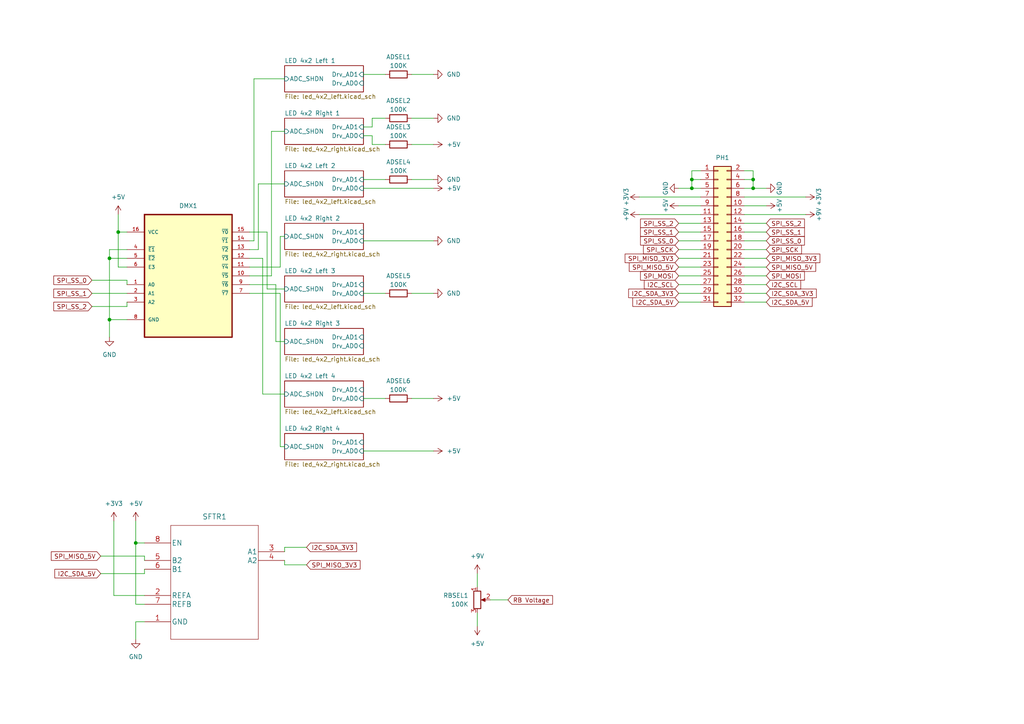
<source format=kicad_sch>
(kicad_sch (version 20211123) (generator eeschema)
  (paper "A4")
  (lib_symbols
    (symbol "Connector_Generic:Conn_02x16_Odd_Even" (pin_names (offset 1.016) hide)
      (property "Reference" "J" (at 1.27 20.32 0))
      (property "Value" "Conn_02x16_Odd_Even" (at 1.27 -22.86 0))
      (symbol "Conn_02x16_Odd_Even_1_1"
        (rectangle (start -1.27 -20.193) (end 0 -20.447) (stroke (width 0.1524)))
        (rectangle (start -1.27 -17.653) (end 0 -17.907) (stroke (width 0.1524)))
        (rectangle (start -1.27 -15.113) (end 0 -15.367) (stroke (width 0.1524)))
        (rectangle (start -1.27 -12.573) (end 0 -12.827) (stroke (width 0.1524)))
        (rectangle (start -1.27 -10.033) (end 0 -10.287) (stroke (width 0.1524)))
        (rectangle (start -1.27 -7.493) (end 0 -7.747) (stroke (width 0.1524)))
        (rectangle (start -1.27 -4.953) (end 0 -5.207) (stroke (width 0.1524)))
        (rectangle (start -1.27 -2.413) (end 0 -2.667) (stroke (width 0.1524)))
        (rectangle (start -1.27 0.127) (end 0 -0.127) (stroke (width 0.1524)))
        (rectangle (start -1.27 2.667) (end 0 2.413) (stroke (width 0.1524)))
        (rectangle (start -1.27 5.207) (end 0 4.953) (stroke (width 0.1524)))
        (rectangle (start -1.27 7.747) (end 0 7.493) (stroke (width 0.1524)))
        (rectangle (start -1.27 10.287) (end 0 10.033) (stroke (width 0.1524)))
        (rectangle (start -1.27 12.827) (end 0 12.573) (stroke (width 0.1524)))
        (rectangle (start -1.27 15.367) (end 0 15.113) (stroke (width 0.1524)))
        (rectangle (start -1.27 17.907) (end 0 17.653) (stroke (width 0.1524)))
        (rectangle (start -1.27 19.05) (end 3.81 -21.59) (stroke (width 0.254)) (fill (type background)))
        (rectangle (start 3.81 -20.193) (end 2.54 -20.447) (stroke (width 0.1524)))
        (rectangle (start 3.81 -17.653) (end 2.54 -17.907) (stroke (width 0.1524)))
        (rectangle (start 3.81 -15.113) (end 2.54 -15.367) (stroke (width 0.1524)))
        (rectangle (start 3.81 -12.573) (end 2.54 -12.827) (stroke (width 0.1524)))
        (rectangle (start 3.81 -10.033) (end 2.54 -10.287) (stroke (width 0.1524)))
        (rectangle (start 3.81 -7.493) (end 2.54 -7.747) (stroke (width 0.1524)))
        (rectangle (start 3.81 -4.953) (end 2.54 -5.207) (stroke (width 0.1524)))
        (rectangle (start 3.81 -2.413) (end 2.54 -2.667) (stroke (width 0.1524)))
        (rectangle (start 3.81 0.127) (end 2.54 -0.127) (stroke (width 0.1524)))
        (rectangle (start 3.81 2.667) (end 2.54 2.413) (stroke (width 0.1524)))
        (rectangle (start 3.81 5.207) (end 2.54 4.953) (stroke (width 0.1524)))
        (rectangle (start 3.81 7.747) (end 2.54 7.493) (stroke (width 0.1524)))
        (rectangle (start 3.81 10.287) (end 2.54 10.033) (stroke (width 0.1524)))
        (rectangle (start 3.81 12.827) (end 2.54 12.573) (stroke (width 0.1524)))
        (rectangle (start 3.81 15.367) (end 2.54 15.113) (stroke (width 0.1524)))
        (rectangle (start 3.81 17.907) (end 2.54 17.653) (stroke (width 0.1524)))
        (pin passive line (at -5.08 17.78 0) (length 3.81) (name "Pin_1") (number "1"))
        (pin passive line (at 7.62 7.62 180) (length 3.81) (name "Pin_10") (number "10"))
        (pin passive line (at -5.08 5.08 0) (length 3.81) (name "Pin_11") (number "11"))
        (pin passive line (at 7.62 5.08 180) (length 3.81) (name "Pin_12") (number "12"))
        (pin passive line (at -5.08 2.54 0) (length 3.81) (name "Pin_13") (number "13"))
        (pin passive line (at 7.62 2.54 180) (length 3.81) (name "Pin_14") (number "14"))
        (pin passive line (at -5.08 0 0) (length 3.81) (name "Pin_15") (number "15"))
        (pin passive line (at 7.62 0 180) (length 3.81) (name "Pin_16") (number "16"))
        (pin passive line (at -5.08 -2.54 0) (length 3.81) (name "Pin_17") (number "17"))
        (pin passive line (at 7.62 -2.54 180) (length 3.81) (name "Pin_18") (number "18"))
        (pin passive line (at -5.08 -5.08 0) (length 3.81) (name "Pin_19") (number "19"))
        (pin passive line (at 7.62 17.78 180) (length 3.81) (name "Pin_2") (number "2"))
        (pin passive line (at 7.62 -5.08 180) (length 3.81) (name "Pin_20") (number "20"))
        (pin passive line (at -5.08 -7.62 0) (length 3.81) (name "Pin_21") (number "21"))
        (pin passive line (at 7.62 -7.62 180) (length 3.81) (name "Pin_22") (number "22"))
        (pin passive line (at -5.08 -10.16 0) (length 3.81) (name "Pin_23") (number "23"))
        (pin passive line (at 7.62 -10.16 180) (length 3.81) (name "Pin_24") (number "24"))
        (pin passive line (at -5.08 -12.7 0) (length 3.81) (name "Pin_25") (number "25"))
        (pin passive line (at 7.62 -12.7 180) (length 3.81) (name "Pin_26") (number "26"))
        (pin passive line (at -5.08 -15.24 0) (length 3.81) (name "Pin_27") (number "27"))
        (pin passive line (at 7.62 -15.24 180) (length 3.81) (name "Pin_28") (number "28"))
        (pin passive line (at -5.08 -17.78 0) (length 3.81) (name "Pin_29") (number "29"))
        (pin passive line (at -5.08 15.24 0) (length 3.81) (name "Pin_3") (number "3"))
        (pin passive line (at 7.62 -17.78 180) (length 3.81) (name "Pin_30") (number "30"))
        (pin passive line (at -5.08 -20.32 0) (length 3.81) (name "Pin_31") (number "31"))
        (pin passive line (at 7.62 -20.32 180) (length 3.81) (name "Pin_32") (number "32"))
        (pin passive line (at 7.62 15.24 180) (length 3.81) (name "Pin_4") (number "4"))
        (pin passive line (at -5.08 12.7 0) (length 3.81) (name "Pin_5") (number "5"))
        (pin passive line (at 7.62 12.7 180) (length 3.81) (name "Pin_6") (number "6"))
        (pin passive line (at -5.08 10.16 0) (length 3.81) (name "Pin_7") (number "7"))
        (pin passive line (at 7.62 10.16 180) (length 3.81) (name "Pin_8") (number "8"))
        (pin passive line (at -5.08 7.62 0) (length 3.81) (name "Pin_9") (number "9"))
      )
    )
    (symbol "DEMUX:74HC138D-Q100,118" (pin_names (offset 1.016))
      (property "Reference" "U" (at -5.2832 18.1102 0))
      (property "Value" "74HC138D-Q100,118" (at -4.826 -24.9174 0))
      (symbol "74HC138D-Q100,118_0_0"
        (rectangle (start -12.7 -20.32) (end 12.7 15.24) (stroke (width 0.4064)) (fill (type background)))
        (pin input line (at -17.78 -5.08 0) (length 5.08) (name "A0") (number "1"))
        (pin output line (at 17.78 -2.54 180) (length 5.08) (name "~{Y5}") (number "10"))
        (pin output line (at 17.78 0 180) (length 5.08) (name "~{Y4}") (number "11"))
        (pin output line (at 17.78 2.54 180) (length 5.08) (name "~{Y3}") (number "12"))
        (pin output line (at 17.78 5.08 180) (length 5.08) (name "~{Y2}") (number "13"))
        (pin output line (at 17.78 7.62 180) (length 5.08) (name "~{Y1}") (number "14"))
        (pin output line (at 17.78 10.16 180) (length 5.08) (name "~{Y0}") (number "15"))
        (pin power_in line (at -17.78 10.16 0) (length 5.08) (name "VCC") (number "16"))
        (pin input line (at -17.78 -7.62 0) (length 5.08) (name "A1") (number "2"))
        (pin input line (at -17.78 -10.16 0) (length 5.08) (name "A2") (number "3"))
        (pin input line (at -17.78 5.08 0) (length 5.08) (name "~{E1}") (number "4"))
        (pin input line (at -17.78 2.54 0) (length 5.08) (name "~{E2}") (number "5"))
        (pin input line (at -17.78 0 0) (length 5.08) (name "E3") (number "6"))
        (pin output line (at 17.78 -7.62 180) (length 5.08) (name "~{Y7}") (number "7"))
        (pin passive line (at -17.78 -15.24 0) (length 5.08) (name "GND") (number "8"))
        (pin output line (at 17.78 -5.08 180) (length 5.08) (name "~{Y6}") (number "9"))
      )
    )
    (symbol "Device:R" (pin_numbers hide) (pin_names (offset 0))
      (property "Reference" "R" (at 2.032 0 90))
      (property "Value" "R" (at 0 0 90))
      (symbol "R_0_1"
        (rectangle (start -1.016 -2.54) (end 1.016 2.54) (stroke (width 0.254)))
      )
      (symbol "R_1_1"
        (pin passive line (at 0 3.81 270) (length 1.27) (name "~") (number "1"))
        (pin passive line (at 0 -3.81 90) (length 1.27) (name "~") (number "2"))
      )
    )
    (symbol "Device:R_Potentiometer" (pin_names (offset 1.016) hide)
      (property "Reference" "RV" (at -4.445 0 90))
      (property "Value" "R_Potentiometer" (at -2.54 0 90))
      (symbol "R_Potentiometer_0_1"
        (polyline (pts (xy 2.54 0) (xy 1.524 0)))
        (polyline (pts (xy 1.143 0) (xy 2.286 0.508) (xy 2.286 -0.508) (xy 1.143 0)) (fill (type outline)))
        (rectangle (start 1.016 2.54) (end -1.016 -2.54) (stroke (width 0.254)))
      )
      (symbol "R_Potentiometer_1_1"
        (pin passive line (at 0 3.81 270) (length 1.27) (name "1") (number "1"))
        (pin passive line (at 3.81 0 180) (length 1.27) (name "2") (number "2"))
        (pin passive line (at 0 -3.81 90) (length 1.27) (name "3") (number "3"))
      )
    )
    (symbol "Level Shifter:LSF0102DCH" (pin_names (offset 0.254))
      (property "Reference" "U" (at 20.32 10.16 0))
      (property "Value" "LSF0102DCH" (at 20.32 7.62 0))
      (symbol "LSF0102DCH_1_1"
        (polyline (pts (xy 7.62 -27.94) (xy 33.02 -27.94)) (stroke (width 0.127)))
        (polyline (pts (xy 7.62 5.08) (xy 7.62 -27.94)) (stroke (width 0.127)))
        (polyline (pts (xy 33.02 -27.94) (xy 33.02 5.08)) (stroke (width 0.127)))
        (polyline (pts (xy 33.02 5.08) (xy 7.62 5.08)) (stroke (width 0.127)))
        (pin power_in line (at 0 -22.86 0) (length 7.62) (name "GND") (number "1"))
        (pin power_in line (at 0 -15.24 0) (length 7.62) (name "REFA") (number "2"))
        (pin bidirectional line (at 40.64 -2.54 180) (length 7.62) (name "A1") (number "3"))
        (pin bidirectional line (at 40.64 -5.08 180) (length 7.62) (name "A2") (number "4"))
        (pin bidirectional line (at 0 -5.08 0) (length 7.62) (name "B2") (number "5"))
        (pin bidirectional line (at 0 -7.62 0) (length 7.62) (name "B1") (number "6"))
        (pin power_in line (at 0 -17.78 0) (length 7.62) (name "REFB") (number "7"))
        (pin input line (at 0 0 0) (length 7.62) (name "EN") (number "8"))
      )
    )
    (symbol "power:+3V3" (power) (pin_names (offset 0))
      (property "Value" "+3V3" (at 0 3.556 0))
      (symbol "+3V3_0_1"
        (polyline (pts (xy -0.762 1.27) (xy 0 2.54)))
        (polyline (pts (xy 0 0) (xy 0 2.54)))
        (polyline (pts (xy 0 2.54) (xy 0.762 1.27)))
      )
      (symbol "+3V3_1_1"
        (pin power_in line (at 0 0 90) (length 0) hide (name "+3V3") (number "1"))
      )
    )
    (symbol "power:+5V" (power) (pin_names (offset 0))
      (property "Value" "+5V" (at 0 3.556 0))
      (symbol "+5V_0_1"
        (polyline (pts (xy -0.762 1.27) (xy 0 2.54)))
        (polyline (pts (xy 0 0) (xy 0 2.54)))
        (polyline (pts (xy 0 2.54) (xy 0.762 1.27)))
      )
      (symbol "+5V_1_1"
        (pin power_in line (at 0 0 90) (length 0) hide (name "+5V") (number "1"))
      )
    )
    (symbol "power:+9V" (power) (pin_names (offset 0))
      (property "Value" "+9V" (at 0 3.556 0))
      (symbol "+9V_0_1"
        (polyline (pts (xy -0.762 1.27) (xy 0 2.54)))
        (polyline (pts (xy 0 0) (xy 0 2.54)))
        (polyline (pts (xy 0 2.54) (xy 0.762 1.27)))
      )
      (symbol "+9V_1_1"
        (pin power_in line (at 0 0 90) (length 0) hide (name "+9V") (number "1"))
      )
    )
    (symbol "power:GND" (power) (pin_names (offset 0))
      (property "Value" "GND" (at 0 -3.81 0))
      (symbol "GND_0_1"
        (polyline (pts (xy 0 0) (xy 0 -1.27) (xy 1.27 -1.27) (xy 0 -2.54) (xy -1.27 -1.27) (xy 0 -1.27)))
      )
      (symbol "GND_1_1"
        (pin power_in line (at 0 0 270) (length 0) hide (name "GND") (number "1"))
      )
    )
  )
  (junction (at 200.66 52.07))
  (junction (at 200.66 54.61))
  (junction (at 218.44 54.61))
  (junction (at 31.75 74.93))
  (junction (at 39.37 157.48))
  (junction (at 34.29 67.31))
  (junction (at 31.75 92.71))
  (junction (at 218.44 52.07))
  (wire (pts (xy 105.41 39.37) (xy 107.95 39.37)))
  (wire (pts (xy 31.75 92.71) (xy 31.75 97.79)))
  (wire (pts (xy 203.2 77.47) (xy 196.85 77.47)))
  (wire (pts (xy 203.2 72.39) (xy 196.85 72.39)))
  (wire (pts (xy 82.55 83.82) (xy 77.47 83.82)))
  (wire (pts (xy 107.95 34.29) (xy 107.95 36.83)))
  (wire (pts (xy 203.2 57.15) (xy 185.42 57.15)))
  (wire (pts (xy 111.76 34.29) (xy 107.95 34.29)))
  (wire (pts (xy 215.9 59.69) (xy 222.25 59.69)))
  (wire (pts (xy 203.2 49.53) (xy 200.66 49.53)))
  (wire (pts (xy 36.83 92.71) (xy 31.75 92.71)))
  (wire (pts (xy 215.9 64.77) (xy 222.25 64.77)))
  (wire (pts (xy 119.38 41.91) (xy 125.73 41.91)))
  (wire (pts (xy 105.41 54.61) (xy 125.73 54.61)))
  (wire (pts (xy 138.43 166.37) (xy 138.43 170.18)))
  (wire (pts (xy 119.38 85.09) (xy 125.73 85.09)))
  (wire (pts (xy 36.83 77.47) (xy 34.29 77.47)))
  (wire (pts (xy 218.44 49.53) (xy 218.44 52.07)))
  (wire (pts (xy 81.28 77.47) (xy 81.28 68.58)))
  (wire (pts (xy 218.44 54.61) (xy 222.25 54.61)))
  (wire (pts (xy 119.38 115.57) (xy 125.73 115.57)))
  (wire (pts (xy 119.38 34.29) (xy 125.73 34.29)))
  (wire (pts (xy 105.41 21.59) (xy 111.76 21.59)))
  (wire (pts (xy 72.39 82.55) (xy 80.01 82.55)))
  (wire (pts (xy 215.9 74.93) (xy 222.25 74.93)))
  (wire (pts (xy 215.9 49.53) (xy 218.44 49.53)))
  (wire (pts (xy 77.47 83.82) (xy 77.47 67.31)))
  (wire (pts (xy 107.95 36.83) (xy 105.41 36.83)))
  (wire (pts (xy 81.28 85.09) (xy 81.28 129.54)))
  (wire (pts (xy 34.29 62.23) (xy 34.29 67.31)))
  (wire (pts (xy 119.38 21.59) (xy 125.73 21.59)))
  (wire (pts (xy 215.9 72.39) (xy 222.25 72.39)))
  (wire (pts (xy 31.75 92.71) (xy 31.75 74.93)))
  (wire (pts (xy 73.66 22.86) (xy 82.55 22.86)))
  (wire (pts (xy 200.66 52.07) (xy 200.66 54.61)))
  (wire (pts (xy 36.83 88.9) (xy 36.83 87.63)))
  (wire (pts (xy 215.9 77.47) (xy 222.25 77.47)))
  (wire (pts (xy 72.39 69.85) (xy 73.66 69.85)))
  (wire (pts (xy 72.39 72.39) (xy 74.93 72.39)))
  (wire (pts (xy 78.74 38.1) (xy 82.55 38.1)))
  (wire (pts (xy 72.39 80.01) (xy 78.74 80.01)))
  (wire (pts (xy 105.41 85.09) (xy 111.76 85.09)))
  (wire (pts (xy 138.43 177.8) (xy 138.43 181.61)))
  (wire (pts (xy 215.9 67.31) (xy 222.25 67.31)))
  (wire (pts (xy 39.37 180.34) (xy 39.37 185.42)))
  (wire (pts (xy 74.93 72.39) (xy 74.93 53.34)))
  (wire (pts (xy 26.67 85.09) (xy 36.83 85.09)))
  (wire (pts (xy 107.95 39.37) (xy 107.95 41.91)))
  (wire (pts (xy 81.28 129.54) (xy 82.55 129.54)))
  (wire (pts (xy 119.38 52.07) (xy 125.73 52.07)))
  (wire (pts (xy 76.2 74.93) (xy 76.2 114.3)))
  (wire (pts (xy 203.2 64.77) (xy 196.85 64.77)))
  (wire (pts (xy 82.55 68.58) (xy 81.28 68.58)))
  (wire (pts (xy 41.91 166.37) (xy 41.91 165.1)))
  (wire (pts (xy 41.91 180.34) (xy 39.37 180.34)))
  (wire (pts (xy 105.41 115.57) (xy 111.76 115.57)))
  (wire (pts (xy 200.66 54.61) (xy 196.85 54.61)))
  (wire (pts (xy 203.2 69.85) (xy 196.85 69.85)))
  (wire (pts (xy 76.2 114.3) (xy 82.55 114.3)))
  (wire (pts (xy 78.74 80.01) (xy 78.74 38.1)))
  (wire (pts (xy 39.37 151.13) (xy 39.37 157.48)))
  (wire (pts (xy 203.2 74.93) (xy 196.85 74.93)))
  (wire (pts (xy 203.2 62.23) (xy 185.42 62.23)))
  (wire (pts (xy 215.9 52.07) (xy 218.44 52.07)))
  (wire (pts (xy 72.39 77.47) (xy 81.28 77.47)))
  (wire (pts (xy 82.55 158.75) (xy 82.55 160.02)))
  (wire (pts (xy 36.83 81.28) (xy 36.83 82.55)))
  (wire (pts (xy 26.67 81.28) (xy 36.83 81.28)))
  (wire (pts (xy 39.37 157.48) (xy 41.91 157.48)))
  (wire (pts (xy 82.55 163.83) (xy 88.9 163.83)))
  (wire (pts (xy 34.29 77.47) (xy 34.29 67.31)))
  (wire (pts (xy 203.2 67.31) (xy 196.85 67.31)))
  (wire (pts (xy 218.44 52.07) (xy 218.44 54.61)))
  (wire (pts (xy 196.85 87.63) (xy 203.2 87.63)))
  (wire (pts (xy 215.9 62.23) (xy 233.68 62.23)))
  (wire (pts (xy 215.9 82.55) (xy 222.25 82.55)))
  (wire (pts (xy 33.02 151.13) (xy 33.02 172.72)))
  (wire (pts (xy 74.93 53.34) (xy 82.55 53.34)))
  (wire (pts (xy 41.91 175.26) (xy 39.37 175.26)))
  (wire (pts (xy 82.55 158.75) (xy 88.9 158.75)))
  (wire (pts (xy 107.95 41.91) (xy 111.76 41.91)))
  (wire (pts (xy 34.29 67.31) (xy 36.83 67.31)))
  (wire (pts (xy 33.02 172.72) (xy 41.91 172.72)))
  (wire (pts (xy 26.67 88.9) (xy 36.83 88.9)))
  (wire (pts (xy 29.21 166.37) (xy 41.91 166.37)))
  (wire (pts (xy 215.9 80.01) (xy 222.25 80.01)))
  (wire (pts (xy 142.24 173.99) (xy 147.32 173.99)))
  (wire (pts (xy 73.66 69.85) (xy 73.66 22.86)))
  (wire (pts (xy 222.25 87.63) (xy 215.9 87.63)))
  (wire (pts (xy 31.75 74.93) (xy 36.83 74.93)))
  (wire (pts (xy 105.41 52.07) (xy 111.76 52.07)))
  (wire (pts (xy 39.37 175.26) (xy 39.37 157.48)))
  (wire (pts (xy 215.9 57.15) (xy 233.68 57.15)))
  (wire (pts (xy 105.41 130.81) (xy 125.73 130.81)))
  (wire (pts (xy 72.39 74.93) (xy 76.2 74.93)))
  (wire (pts (xy 29.21 161.29) (xy 41.91 161.29)))
  (wire (pts (xy 215.9 69.85) (xy 222.25 69.85)))
  (wire (pts (xy 105.41 69.85) (xy 125.73 69.85)))
  (wire (pts (xy 203.2 59.69) (xy 196.85 59.69)))
  (wire (pts (xy 222.25 85.09) (xy 215.9 85.09)))
  (wire (pts (xy 80.01 99.06) (xy 82.55 99.06)))
  (wire (pts (xy 203.2 80.01) (xy 196.85 80.01)))
  (wire (pts (xy 200.66 49.53) (xy 200.66 52.07)))
  (wire (pts (xy 203.2 54.61) (xy 200.66 54.61)))
  (wire (pts (xy 196.85 85.09) (xy 203.2 85.09)))
  (wire (pts (xy 203.2 82.55) (xy 196.85 82.55)))
  (wire (pts (xy 36.83 72.39) (xy 31.75 72.39)))
  (wire (pts (xy 77.47 67.31) (xy 72.39 67.31)))
  (wire (pts (xy 80.01 82.55) (xy 80.01 99.06)))
  (wire (pts (xy 81.28 85.09) (xy 72.39 85.09)))
  (wire (pts (xy 203.2 52.07) (xy 200.66 52.07)))
  (wire (pts (xy 31.75 72.39) (xy 31.75 74.93)))
  (wire (pts (xy 215.9 54.61) (xy 218.44 54.61)))
  (wire (pts (xy 82.55 163.83) (xy 82.55 162.56)))
  (wire (pts (xy 41.91 162.56) (xy 41.91 161.29)))
  (global_label "I2C_SDA_5V" (shape input) (at 29.21 166.37 180) (property "Intersheet References" "${INTERSHEET_REFS}" (effects hide)))
  (global_label "SPI_MOSI" (shape input) (at 222.25 80.01 0) (property "Intersheet References" "${INTERSHEET_REFS}" (effects hide)))
  (global_label "SPI_SS_2" (shape input) (at 196.85 64.77 180) (property "Intersheet References" "${INTERSHEET_REFS}" (effects hide)))
  (global_label "I2C_SCL" (shape input) (at 196.85 82.55 180) (property "Intersheet References" "${INTERSHEET_REFS}" (effects hide)))
  (global_label "SPI_SS_2" (shape input) (at 222.25 64.77 0) (property "Intersheet References" "${INTERSHEET_REFS}" (effects hide)))
  (global_label "SPI_MISO_5V" (shape input) (at 29.21 161.29 180) (property "Intersheet References" "${INTERSHEET_REFS}" (effects hide)))
  (global_label "I2C_SDA_3V3" (shape input) (at 88.9 158.75 0) (property "Intersheet References" "${INTERSHEET_REFS}" (effects hide)))
  (global_label "SPI_SS_0" (shape input) (at 196.85 69.85 180) (property "Intersheet References" "${INTERSHEET_REFS}" (effects hide)))
  (global_label "SPI_SS_1" (shape input) (at 196.85 67.31 180) (property "Intersheet References" "${INTERSHEET_REFS}" (effects hide)))
  (global_label "I2C_SCL" (shape input) (at 222.25 82.55 0) (property "Intersheet References" "${INTERSHEET_REFS}" (effects hide)))
  (global_label "I2C_SDA_3V3" (shape input) (at 222.25 85.09 0) (property "Intersheet References" "${INTERSHEET_REFS}" (effects hide)))
  (global_label "SPI_SS_1" (shape input) (at 26.67 85.09 180) (property "Intersheet References" "${INTERSHEET_REFS}" (effects hide)))
  (global_label "I2C_SDA_5V" (shape input) (at 222.25 87.63 0) (property "Intersheet References" "${INTERSHEET_REFS}" (effects hide)))
  (global_label "SPI_SCK" (shape input) (at 196.85 72.39 180) (property "Intersheet References" "${INTERSHEET_REFS}" (effects hide)))
  (global_label "SPI_SS_0" (shape input) (at 26.67 81.28 180) (property "Intersheet References" "${INTERSHEET_REFS}" (effects hide)))
  (global_label "SPI_MISO_5V" (shape input) (at 222.25 77.47 0) (property "Intersheet References" "${INTERSHEET_REFS}" (effects hide)))
  (global_label "SPI_SS_0" (shape input) (at 222.25 69.85 0) (property "Intersheet References" "${INTERSHEET_REFS}" (effects hide)))
  (global_label "SPI_MISO_3V3" (shape input) (at 196.85 74.93 180) (property "Intersheet References" "${INTERSHEET_REFS}" (effects hide)))
  (global_label "SPI_MISO_5V" (shape input) (at 196.85 77.47 180) (property "Intersheet References" "${INTERSHEET_REFS}" (effects hide)))
  (global_label "SPI_MISO_3V3" (shape input) (at 88.9 163.83 0) (property "Intersheet References" "${INTERSHEET_REFS}" (effects hide)))
  (global_label "RB Voltage" (shape input) (at 147.32 173.99 0) (property "Intersheet References" "${INTERSHEET_REFS}" (effects hide)))
  (global_label "SPI_SS_1" (shape input) (at 222.25 67.31 0) (property "Intersheet References" "${INTERSHEET_REFS}" (effects hide)))
  (global_label "SPI_SCK" (shape input) (at 222.25 72.39 0) (property "Intersheet References" "${INTERSHEET_REFS}" (effects hide)))
  (global_label "I2C_SDA_3V3" (shape input) (at 196.85 85.09 180) (property "Intersheet References" "${INTERSHEET_REFS}" (effects hide)))
  (global_label "SPI_SS_2" (shape input) (at 26.67 88.9 180) (property "Intersheet References" "${INTERSHEET_REFS}" (effects hide)))
  (global_label "I2C_SDA_5V" (shape input) (at 196.85 87.63 180) (property "Intersheet References" "${INTERSHEET_REFS}" (effects hide)))
  (global_label "SPI_MISO_3V3" (shape input) (at 222.25 74.93 0) (property "Intersheet References" "${INTERSHEET_REFS}" (effects hide)))
  (global_label "SPI_MOSI" (shape input) (at 196.85 80.01 180) (property "Intersheet References" "${INTERSHEET_REFS}" (effects hide)))
  (symbol (lib_id "power:+3V3") (at 33.02 151.13 0) (unit 1)
    (property "Reference" "#PWR0153" (effects hide))
    (property "Value" "+3V3" (at 33.02 146.05 0))
  )
  (symbol (lib_id "power:GND") (at 196.85 54.61 270) (mirror x) (unit 1)
    (property "Reference" "#PWR0166" (effects hide))
    (property "Value" "GND" (at 193.04 54.61 0))
  )
  (symbol (lib_id "Level Shifter:LSF0102DCH") (at 41.91 157.48 0) (unit 1)
    (property "Reference" "SFTR1" (at 62.23 149.86 0) (effects (font (size 1.524 1.524))))
    (property "Value" "LSF0102DCH" (effects hide))
    (property "Footprint" "Level Shifter:LSF0102DCH" (effects hide))
  )
  (symbol (lib_id "DEMUX:74HC138D-Q100,118") (at 54.61 77.47 0) (unit 1)
    (property "Reference" "DMX1" (at 54.61 59.69 0))
    (property "Value" "74HC138D-Q100,118" (effects hide))
    (property "Footprint" "DEMUX:footprints" (effects hide))
    (property "OC_FARNELL" "-" (effects hide))
    (property "OC_NEWARK" "71R2035" (effects hide))
    (property "MPN" "74HC138D-Q100,118" (effects hide))
    (property "PACKAGE" "SOIC-16" (effects hide))
    (property "SUPPLIER" "NXP" (effects hide))
  )
  (symbol (lib_id "power:+5V") (at 125.73 130.81 270) (unit 1)
    (property "Reference" "#PWR0154" (effects hide))
    (property "Value" "+5V" (at 129.54 130.8099 90) (effects (justify left)))
  )
  (symbol (lib_id "power:GND") (at 125.73 34.29 90) (unit 1)
    (property "Reference" "#PWR0158" (effects hide))
    (property "Value" "GND" (at 129.54 34.2899 90) (effects (justify right)))
  )
  (symbol (lib_id "Device:R") (at 115.57 21.59 90) (unit 1)
    (property "Reference" "ADSEL1" (at 115.57 16.51 90))
    (property "Value" "100K" (at 115.57 19.05 90))
    (property "Footprint" "Resistor TH:footprints" (effects hide))
  )
  (symbol (lib_id "power:GND") (at 39.37 185.42 0) (unit 1)
    (property "Reference" "#PWR0151" (effects hide))
    (property "Value" "GND" (at 39.37 190.5 0))
  )
  (symbol (lib_id "Device:R_Potentiometer") (at 138.43 173.99 0) (unit 1)
    (property "Reference" "RBSEL1" (at 135.89 172.7199 0) (effects (justify right)))
    (property "Value" "100K" (at 135.89 175.2599 0) (effects (justify right)))
    (property "Footprint" "Potentiometer_THT:Potentiometer_Runtron_RM-065_Vertical" (effects hide))
  )
  (symbol (lib_id "power:GND") (at 125.73 69.85 90) (unit 1)
    (property "Reference" "#PWR0162" (effects hide))
    (property "Value" "GND" (at 129.54 69.8499 90) (effects (justify right)))
  )
  (symbol (lib_id "Device:R") (at 115.57 41.91 90) (unit 1)
    (property "Reference" "ADSEL3" (at 115.57 36.83 90))
    (property "Value" "100K" (at 115.57 39.37 90))
    (property "Footprint" "Resistor TH:footprints" (effects hide))
  )
  (symbol (lib_id "power:+9V") (at 138.43 166.37 0) (unit 1)
    (property "Reference" "#PWR0167" (effects hide))
    (property "Value" "+9V" (at 138.43 161.29 0))
  )
  (symbol (lib_id "power:+5V") (at 34.29 62.23 0) (unit 1)
    (property "Reference" "#PWR0107" (effects hide))
    (property "Value" "+5V" (at 34.29 57.15 0))
  )
  (symbol (lib_id "power:+9V") (at 185.42 62.23 90) (mirror x) (unit 1)
    (property "Reference" "#PWR0164" (effects hide))
    (property "Value" "+9V" (at 181.61 62.23 0))
  )
  (symbol (lib_id "power:+5V") (at 125.73 41.91 270) (unit 1)
    (property "Reference" "#PWR0160" (effects hide))
    (property "Value" "+5V" (at 129.54 41.9099 90) (effects (justify left)))
  )
  (symbol (lib_id "Connector_Generic:Conn_02x16_Odd_Even") (at 208.28 67.31 0) (unit 1)
    (property "Reference" "PH1" (at 209.55 45.72 0))
    (property "Value" "Conn_02x16_Odd_Even" (effects hide))
    (property "Footprint" "Connector_PinHeader_2.54mm:PinHeader_2x16_P2.54mm_Vertical" (effects hide))
  )
  (symbol (lib_id "Device:R") (at 115.57 52.07 90) (unit 1)
    (property "Reference" "ADSEL4" (at 115.57 46.99 90))
    (property "Value" "100K" (at 115.57 49.53 90))
    (property "Footprint" "Resistor TH:footprints" (effects hide))
  )
  (symbol (lib_id "Device:R") (at 115.57 34.29 90) (unit 1)
    (property "Reference" "ADSEL2" (at 115.57 29.21 90))
    (property "Value" "100K" (at 115.57 31.75 90))
    (property "Footprint" "Resistor TH:footprints" (effects hide))
  )
  (symbol (lib_id "Device:R") (at 115.57 85.09 90) (unit 1)
    (property "Reference" "ADSEL5" (at 115.57 80.01 90))
    (property "Value" "100K" (at 115.57 82.55 90))
    (property "Footprint" "Resistor TH:footprints" (effects hide))
  )
  (symbol (lib_id "power:+9V") (at 233.68 62.23 270) (unit 1)
    (property "Reference" "#PWR0172" (effects hide))
    (property "Value" "+9V" (at 237.49 62.23 0))
  )
  (symbol (lib_id "power:GND") (at 222.25 54.61 90) (unit 1)
    (property "Reference" "#PWR0169" (effects hide))
    (property "Value" "GND" (at 226.06 54.61 0))
  )
  (symbol (lib_id "power:+3V3") (at 185.42 57.15 90) (mirror x) (unit 1)
    (property "Reference" "#PWR0163" (effects hide))
    (property "Value" "+3V3" (at 181.61 57.15 0))
  )
  (symbol (lib_id "power:GND") (at 31.75 97.79 0) (unit 1)
    (property "Reference" "#PWR0108" (effects hide))
    (property "Value" "GND" (at 31.75 102.87 0))
  )
  (symbol (lib_id "power:+5V") (at 39.37 151.13 0) (unit 1)
    (property "Reference" "#PWR0152" (effects hide))
    (property "Value" "+5V" (at 39.37 146.05 0))
  )
  (symbol (lib_id "power:+5V") (at 125.73 54.61 270) (unit 1)
    (property "Reference" "#PWR0161" (effects hide))
    (property "Value" "+5V" (at 129.54 54.6099 90) (effects (justify left)))
  )
  (symbol (lib_id "power:+5V") (at 222.25 59.69 270) (unit 1)
    (property "Reference" "#PWR0171" (effects hide))
    (property "Value" "+5V" (at 226.06 59.69 0))
  )
  (symbol (lib_id "power:+3V3") (at 233.68 57.15 270) (unit 1)
    (property "Reference" "#PWR0170" (effects hide))
    (property "Value" "+3V3" (at 237.49 57.15 0))
  )
  (symbol (lib_id "power:+5V") (at 196.85 59.69 90) (mirror x) (unit 1)
    (property "Reference" "#PWR0165" (effects hide))
    (property "Value" "+5V" (at 193.04 59.69 0))
  )
  (symbol (lib_id "power:GND") (at 125.73 52.07 90) (unit 1)
    (property "Reference" "#PWR0159" (effects hide))
    (property "Value" "GND" (at 129.54 52.0699 90) (effects (justify right)))
  )
  (symbol (lib_id "power:+5V") (at 125.73 115.57 270) (unit 1)
    (property "Reference" "#PWR0155" (effects hide))
    (property "Value" "+5V" (at 129.54 115.5699 90) (effects (justify left)))
  )
  (symbol (lib_id "power:+5V") (at 138.43 181.61 180) (unit 1)
    (property "Reference" "#PWR0168" (effects hide))
    (property "Value" "+5V" (at 138.43 186.69 0))
  )
  (symbol (lib_id "Device:R") (at 115.57 115.57 90) (unit 1)
    (property "Reference" "ADSEL6" (at 115.57 110.49 90))
    (property "Value" "100K" (at 115.57 113.03 90))
    (property "Footprint" "Resistor TH:footprints" (effects hide))
  )
  (symbol (lib_id "power:GND") (at 125.73 85.09 90) (unit 1)
    (property "Reference" "#PWR0156" (effects hide))
    (property "Value" "GND" (at 129.54 85.0899 90) (effects (justify right)))
  )
  (symbol (lib_id "power:GND") (at 125.73 21.59 90) (unit 1)
    (property "Reference" "#PWR0157" (effects hide))
    (property "Value" "GND" (at 129.54 21.5899 90) (effects (justify right)))
  )
  (sheet (at 82.55 64.77) (size 22.86 7.62) (stroke (width 0.1524))
    (property "Sheet name" "LED 4x2 Right 2" (at 82.55 64.0584 0) (effects (justify left bottom)))
    (property "Sheet file" "led_4x2_right.kicad_sch" (at 82.55 72.9746 0) (effects (justify left top)))
    (pin "Drv_AD1" input (at 105.41 67.31 0))
    (pin "Drv_AD0" input (at 105.41 69.85 0))
    (pin "ADC_SHDN" input (at 82.55 68.58 180))
  )
  (sheet (at 82.55 110.49) (size 22.86 7.62) (stroke (width 0.1524))
    (property "Sheet name" "LED 4x2 Left 4" (at 82.55 109.7784 0) (effects (justify left bottom)))
    (property "Sheet file" "led_4x2_left.kicad_sch" (at 82.55 118.6946 0) (effects (justify left top)))
    (pin "Drv_AD1" input (at 105.41 113.03 0))
    (pin "Drv_AD0" input (at 105.41 115.57 0))
    (pin "ADC_SHDN" input (at 82.55 114.3 180))
  )
  (sheet (at 82.55 19.05) (size 22.86 7.62) (stroke (width 0.1524))
    (property "Sheet name" "LED 4x2 Left 1" (at 82.55 18.3384 0) (effects (justify left bottom)))
    (property "Sheet file" "led_4x2_left.kicad_sch" (at 82.55 27.2546 0) (effects (justify left top)))
    (pin "Drv_AD1" input (at 105.41 21.59 0))
    (pin "Drv_AD0" input (at 105.41 24.13 0))
    (pin "ADC_SHDN" input (at 82.55 22.86 180))
  )
  (sheet (at 82.55 80.01) (size 22.86 7.62) (stroke (width 0.1524))
    (property "Sheet name" "LED 4x2 Left 3" (at 82.55 79.2984 0) (effects (justify left bottom)))
    (property "Sheet file" "led_4x2_left.kicad_sch" (at 82.55 88.2146 0) (effects (justify left top)))
    (pin "Drv_AD1" input (at 105.41 82.55 0))
    (pin "Drv_AD0" input (at 105.41 85.09 0))
    (pin "ADC_SHDN" input (at 82.55 83.82 180))
  )
  (sheet (at 82.55 34.29) (size 22.86 7.62) (stroke (width 0.1524))
    (property "Sheet name" "LED 4x2 Right 1" (at 82.55 33.5784 0) (effects (justify left bottom)))
    (property "Sheet file" "led_4x2_right.kicad_sch" (at 82.55 42.4946 0) (effects (justify left top)))
    (pin "Drv_AD1" input (at 105.41 36.83 0))
    (pin "Drv_AD0" input (at 105.41 39.37 0))
    (pin "ADC_SHDN" input (at 82.55 38.1 180))
  )
  (sheet (at 82.55 95.25) (size 22.86 7.62) (stroke (width 0.1524))
    (property "Sheet name" "LED 4x2 Right 3" (at 82.55 94.5384 0) (effects (justify left bottom)))
    (property "Sheet file" "led_4x2_right.kicad_sch" (at 82.55 103.4546 0) (effects (justify left top)))
    (pin "Drv_AD1" input (at 105.41 97.79 0))
    (pin "Drv_AD0" input (at 105.41 100.33 0))
    (pin "ADC_SHDN" input (at 82.55 99.06 180))
  )
  (sheet (at 82.55 49.53) (size 22.86 7.62) (stroke (width 0.1524))
    (property "Sheet name" "LED 4x2 Left 2" (at 82.55 48.8184 0) (effects (justify left bottom)))
    (property "Sheet file" "led_4x2_left.kicad_sch" (at 82.55 57.7346 0) (effects (justify left top)))
    (pin "Drv_AD1" input (at 105.41 52.07 0))
    (pin "Drv_AD0" input (at 105.41 54.61 0))
    (pin "ADC_SHDN" input (at 82.55 53.34 180))
  )
  (sheet (at 82.55 125.73) (size 22.86 7.62) (stroke (width 0.1524))
    (property "Sheet name" "LED 4x2 Right 4" (at 82.55 125.0184 0) (effects (justify left bottom)))
    (property "Sheet file" "led_4x2_right.kicad_sch" (at 82.55 133.9346 0) (effects (justify left top)))
    (pin "Drv_AD1" input (at 105.41 128.27 0))
    (pin "Drv_AD0" input (at 105.41 130.81 0))
    (pin "ADC_SHDN" input (at 82.55 129.54 180))
  )
)
</source>
